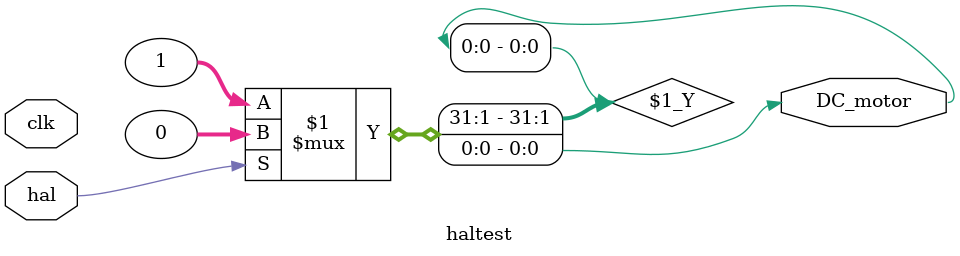
<source format=v>
module haltest(
input clk,
  input hal,  // B¬Û«H¸¹
  output DC_motor  // A¬Û«H¸¹
);

 assign DC_motor = hal ? 0 : 1;

 
 
endmodule
</source>
